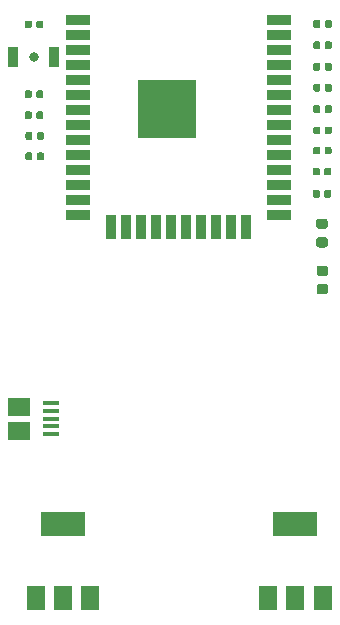
<source format=gtp>
G04 #@! TF.GenerationSoftware,KiCad,Pcbnew,(5.1.4)-1*
G04 #@! TF.CreationDate,2020-06-29T21:22:15+08:00*
G04 #@! TF.ProjectId,esp-break,6573702d-6272-4656-916b-2e6b69636164,rev?*
G04 #@! TF.SameCoordinates,Original*
G04 #@! TF.FileFunction,Paste,Top*
G04 #@! TF.FilePolarity,Positive*
%FSLAX46Y46*%
G04 Gerber Fmt 4.6, Leading zero omitted, Abs format (unit mm)*
G04 Created by KiCad (PCBNEW (5.1.4)-1) date 2020-06-29 21:22:15*
%MOMM*%
%LPD*%
G04 APERTURE LIST*
%ADD10C,0.100000*%
%ADD11C,0.590000*%
%ADD12R,0.900000X1.700000*%
%ADD13C,0.800000*%
%ADD14R,3.800000X2.000000*%
%ADD15R,1.500000X2.000000*%
%ADD16C,0.875000*%
%ADD17R,5.000000X5.000000*%
%ADD18R,2.000000X0.900000*%
%ADD19R,0.900000X2.000000*%
%ADD20R,1.900000X1.500000*%
%ADD21R,1.350000X0.400000*%
G04 APERTURE END LIST*
D10*
G36*
X129446958Y-58303910D02*
G01*
X129461276Y-58306034D01*
X129475317Y-58309551D01*
X129488946Y-58314428D01*
X129502031Y-58320617D01*
X129514447Y-58328058D01*
X129526073Y-58336681D01*
X129536798Y-58346402D01*
X129546519Y-58357127D01*
X129555142Y-58368753D01*
X129562583Y-58381169D01*
X129568772Y-58394254D01*
X129573649Y-58407883D01*
X129577166Y-58421924D01*
X129579290Y-58436242D01*
X129580000Y-58450700D01*
X129580000Y-58795700D01*
X129579290Y-58810158D01*
X129577166Y-58824476D01*
X129573649Y-58838517D01*
X129568772Y-58852146D01*
X129562583Y-58865231D01*
X129555142Y-58877647D01*
X129546519Y-58889273D01*
X129536798Y-58899998D01*
X129526073Y-58909719D01*
X129514447Y-58918342D01*
X129502031Y-58925783D01*
X129488946Y-58931972D01*
X129475317Y-58936849D01*
X129461276Y-58940366D01*
X129446958Y-58942490D01*
X129432500Y-58943200D01*
X129137500Y-58943200D01*
X129123042Y-58942490D01*
X129108724Y-58940366D01*
X129094683Y-58936849D01*
X129081054Y-58931972D01*
X129067969Y-58925783D01*
X129055553Y-58918342D01*
X129043927Y-58909719D01*
X129033202Y-58899998D01*
X129023481Y-58889273D01*
X129014858Y-58877647D01*
X129007417Y-58865231D01*
X129001228Y-58852146D01*
X128996351Y-58838517D01*
X128992834Y-58824476D01*
X128990710Y-58810158D01*
X128990000Y-58795700D01*
X128990000Y-58450700D01*
X128990710Y-58436242D01*
X128992834Y-58421924D01*
X128996351Y-58407883D01*
X129001228Y-58394254D01*
X129007417Y-58381169D01*
X129014858Y-58368753D01*
X129023481Y-58357127D01*
X129033202Y-58346402D01*
X129043927Y-58336681D01*
X129055553Y-58328058D01*
X129067969Y-58320617D01*
X129081054Y-58314428D01*
X129094683Y-58309551D01*
X129108724Y-58306034D01*
X129123042Y-58303910D01*
X129137500Y-58303200D01*
X129432500Y-58303200D01*
X129446958Y-58303910D01*
X129446958Y-58303910D01*
G37*
D11*
X129285000Y-58623200D03*
D10*
G36*
X128476958Y-58303910D02*
G01*
X128491276Y-58306034D01*
X128505317Y-58309551D01*
X128518946Y-58314428D01*
X128532031Y-58320617D01*
X128544447Y-58328058D01*
X128556073Y-58336681D01*
X128566798Y-58346402D01*
X128576519Y-58357127D01*
X128585142Y-58368753D01*
X128592583Y-58381169D01*
X128598772Y-58394254D01*
X128603649Y-58407883D01*
X128607166Y-58421924D01*
X128609290Y-58436242D01*
X128610000Y-58450700D01*
X128610000Y-58795700D01*
X128609290Y-58810158D01*
X128607166Y-58824476D01*
X128603649Y-58838517D01*
X128598772Y-58852146D01*
X128592583Y-58865231D01*
X128585142Y-58877647D01*
X128576519Y-58889273D01*
X128566798Y-58899998D01*
X128556073Y-58909719D01*
X128544447Y-58918342D01*
X128532031Y-58925783D01*
X128518946Y-58931972D01*
X128505317Y-58936849D01*
X128491276Y-58940366D01*
X128476958Y-58942490D01*
X128462500Y-58943200D01*
X128167500Y-58943200D01*
X128153042Y-58942490D01*
X128138724Y-58940366D01*
X128124683Y-58936849D01*
X128111054Y-58931972D01*
X128097969Y-58925783D01*
X128085553Y-58918342D01*
X128073927Y-58909719D01*
X128063202Y-58899998D01*
X128053481Y-58889273D01*
X128044858Y-58877647D01*
X128037417Y-58865231D01*
X128031228Y-58852146D01*
X128026351Y-58838517D01*
X128022834Y-58824476D01*
X128020710Y-58810158D01*
X128020000Y-58795700D01*
X128020000Y-58450700D01*
X128020710Y-58436242D01*
X128022834Y-58421924D01*
X128026351Y-58407883D01*
X128031228Y-58394254D01*
X128037417Y-58381169D01*
X128044858Y-58368753D01*
X128053481Y-58357127D01*
X128063202Y-58346402D01*
X128073927Y-58336681D01*
X128085553Y-58328058D01*
X128097969Y-58320617D01*
X128111054Y-58314428D01*
X128124683Y-58309551D01*
X128138724Y-58306034D01*
X128153042Y-58303910D01*
X128167500Y-58303200D01*
X128462500Y-58303200D01*
X128476958Y-58303910D01*
X128476958Y-58303910D01*
G37*
D11*
X128315000Y-58623200D03*
D12*
X106025000Y-61425000D03*
X102625000Y-61425000D03*
D13*
X104325000Y-61425000D03*
D14*
X106800000Y-100950000D03*
D15*
X106800000Y-107250000D03*
X109100000Y-107250000D03*
X104500000Y-107250000D03*
D10*
G36*
X129446958Y-63705710D02*
G01*
X129461276Y-63707834D01*
X129475317Y-63711351D01*
X129488946Y-63716228D01*
X129502031Y-63722417D01*
X129514447Y-63729858D01*
X129526073Y-63738481D01*
X129536798Y-63748202D01*
X129546519Y-63758927D01*
X129555142Y-63770553D01*
X129562583Y-63782969D01*
X129568772Y-63796054D01*
X129573649Y-63809683D01*
X129577166Y-63823724D01*
X129579290Y-63838042D01*
X129580000Y-63852500D01*
X129580000Y-64197500D01*
X129579290Y-64211958D01*
X129577166Y-64226276D01*
X129573649Y-64240317D01*
X129568772Y-64253946D01*
X129562583Y-64267031D01*
X129555142Y-64279447D01*
X129546519Y-64291073D01*
X129536798Y-64301798D01*
X129526073Y-64311519D01*
X129514447Y-64320142D01*
X129502031Y-64327583D01*
X129488946Y-64333772D01*
X129475317Y-64338649D01*
X129461276Y-64342166D01*
X129446958Y-64344290D01*
X129432500Y-64345000D01*
X129137500Y-64345000D01*
X129123042Y-64344290D01*
X129108724Y-64342166D01*
X129094683Y-64338649D01*
X129081054Y-64333772D01*
X129067969Y-64327583D01*
X129055553Y-64320142D01*
X129043927Y-64311519D01*
X129033202Y-64301798D01*
X129023481Y-64291073D01*
X129014858Y-64279447D01*
X129007417Y-64267031D01*
X129001228Y-64253946D01*
X128996351Y-64240317D01*
X128992834Y-64226276D01*
X128990710Y-64211958D01*
X128990000Y-64197500D01*
X128990000Y-63852500D01*
X128990710Y-63838042D01*
X128992834Y-63823724D01*
X128996351Y-63809683D01*
X129001228Y-63796054D01*
X129007417Y-63782969D01*
X129014858Y-63770553D01*
X129023481Y-63758927D01*
X129033202Y-63748202D01*
X129043927Y-63738481D01*
X129055553Y-63729858D01*
X129067969Y-63722417D01*
X129081054Y-63716228D01*
X129094683Y-63711351D01*
X129108724Y-63707834D01*
X129123042Y-63705710D01*
X129137500Y-63705000D01*
X129432500Y-63705000D01*
X129446958Y-63705710D01*
X129446958Y-63705710D01*
G37*
D11*
X129285000Y-64025000D03*
D10*
G36*
X128476958Y-63705710D02*
G01*
X128491276Y-63707834D01*
X128505317Y-63711351D01*
X128518946Y-63716228D01*
X128532031Y-63722417D01*
X128544447Y-63729858D01*
X128556073Y-63738481D01*
X128566798Y-63748202D01*
X128576519Y-63758927D01*
X128585142Y-63770553D01*
X128592583Y-63782969D01*
X128598772Y-63796054D01*
X128603649Y-63809683D01*
X128607166Y-63823724D01*
X128609290Y-63838042D01*
X128610000Y-63852500D01*
X128610000Y-64197500D01*
X128609290Y-64211958D01*
X128607166Y-64226276D01*
X128603649Y-64240317D01*
X128598772Y-64253946D01*
X128592583Y-64267031D01*
X128585142Y-64279447D01*
X128576519Y-64291073D01*
X128566798Y-64301798D01*
X128556073Y-64311519D01*
X128544447Y-64320142D01*
X128532031Y-64327583D01*
X128518946Y-64333772D01*
X128505317Y-64338649D01*
X128491276Y-64342166D01*
X128476958Y-64344290D01*
X128462500Y-64345000D01*
X128167500Y-64345000D01*
X128153042Y-64344290D01*
X128138724Y-64342166D01*
X128124683Y-64338649D01*
X128111054Y-64333772D01*
X128097969Y-64327583D01*
X128085553Y-64320142D01*
X128073927Y-64311519D01*
X128063202Y-64301798D01*
X128053481Y-64291073D01*
X128044858Y-64279447D01*
X128037417Y-64267031D01*
X128031228Y-64253946D01*
X128026351Y-64240317D01*
X128022834Y-64226276D01*
X128020710Y-64211958D01*
X128020000Y-64197500D01*
X128020000Y-63852500D01*
X128020710Y-63838042D01*
X128022834Y-63823724D01*
X128026351Y-63809683D01*
X128031228Y-63796054D01*
X128037417Y-63782969D01*
X128044858Y-63770553D01*
X128053481Y-63758927D01*
X128063202Y-63748202D01*
X128073927Y-63738481D01*
X128085553Y-63729858D01*
X128097969Y-63722417D01*
X128111054Y-63716228D01*
X128124683Y-63711351D01*
X128138724Y-63707834D01*
X128153042Y-63705710D01*
X128167500Y-63705000D01*
X128462500Y-63705000D01*
X128476958Y-63705710D01*
X128476958Y-63705710D01*
G37*
D11*
X128315000Y-64025000D03*
D10*
G36*
X128476958Y-61930710D02*
G01*
X128491276Y-61932834D01*
X128505317Y-61936351D01*
X128518946Y-61941228D01*
X128532031Y-61947417D01*
X128544447Y-61954858D01*
X128556073Y-61963481D01*
X128566798Y-61973202D01*
X128576519Y-61983927D01*
X128585142Y-61995553D01*
X128592583Y-62007969D01*
X128598772Y-62021054D01*
X128603649Y-62034683D01*
X128607166Y-62048724D01*
X128609290Y-62063042D01*
X128610000Y-62077500D01*
X128610000Y-62422500D01*
X128609290Y-62436958D01*
X128607166Y-62451276D01*
X128603649Y-62465317D01*
X128598772Y-62478946D01*
X128592583Y-62492031D01*
X128585142Y-62504447D01*
X128576519Y-62516073D01*
X128566798Y-62526798D01*
X128556073Y-62536519D01*
X128544447Y-62545142D01*
X128532031Y-62552583D01*
X128518946Y-62558772D01*
X128505317Y-62563649D01*
X128491276Y-62567166D01*
X128476958Y-62569290D01*
X128462500Y-62570000D01*
X128167500Y-62570000D01*
X128153042Y-62569290D01*
X128138724Y-62567166D01*
X128124683Y-62563649D01*
X128111054Y-62558772D01*
X128097969Y-62552583D01*
X128085553Y-62545142D01*
X128073927Y-62536519D01*
X128063202Y-62526798D01*
X128053481Y-62516073D01*
X128044858Y-62504447D01*
X128037417Y-62492031D01*
X128031228Y-62478946D01*
X128026351Y-62465317D01*
X128022834Y-62451276D01*
X128020710Y-62436958D01*
X128020000Y-62422500D01*
X128020000Y-62077500D01*
X128020710Y-62063042D01*
X128022834Y-62048724D01*
X128026351Y-62034683D01*
X128031228Y-62021054D01*
X128037417Y-62007969D01*
X128044858Y-61995553D01*
X128053481Y-61983927D01*
X128063202Y-61973202D01*
X128073927Y-61963481D01*
X128085553Y-61954858D01*
X128097969Y-61947417D01*
X128111054Y-61941228D01*
X128124683Y-61936351D01*
X128138724Y-61932834D01*
X128153042Y-61930710D01*
X128167500Y-61930000D01*
X128462500Y-61930000D01*
X128476958Y-61930710D01*
X128476958Y-61930710D01*
G37*
D11*
X128315000Y-62250000D03*
D10*
G36*
X129446958Y-61930710D02*
G01*
X129461276Y-61932834D01*
X129475317Y-61936351D01*
X129488946Y-61941228D01*
X129502031Y-61947417D01*
X129514447Y-61954858D01*
X129526073Y-61963481D01*
X129536798Y-61973202D01*
X129546519Y-61983927D01*
X129555142Y-61995553D01*
X129562583Y-62007969D01*
X129568772Y-62021054D01*
X129573649Y-62034683D01*
X129577166Y-62048724D01*
X129579290Y-62063042D01*
X129580000Y-62077500D01*
X129580000Y-62422500D01*
X129579290Y-62436958D01*
X129577166Y-62451276D01*
X129573649Y-62465317D01*
X129568772Y-62478946D01*
X129562583Y-62492031D01*
X129555142Y-62504447D01*
X129546519Y-62516073D01*
X129536798Y-62526798D01*
X129526073Y-62536519D01*
X129514447Y-62545142D01*
X129502031Y-62552583D01*
X129488946Y-62558772D01*
X129475317Y-62563649D01*
X129461276Y-62567166D01*
X129446958Y-62569290D01*
X129432500Y-62570000D01*
X129137500Y-62570000D01*
X129123042Y-62569290D01*
X129108724Y-62567166D01*
X129094683Y-62563649D01*
X129081054Y-62558772D01*
X129067969Y-62552583D01*
X129055553Y-62545142D01*
X129043927Y-62536519D01*
X129033202Y-62526798D01*
X129023481Y-62516073D01*
X129014858Y-62504447D01*
X129007417Y-62492031D01*
X129001228Y-62478946D01*
X128996351Y-62465317D01*
X128992834Y-62451276D01*
X128990710Y-62436958D01*
X128990000Y-62422500D01*
X128990000Y-62077500D01*
X128990710Y-62063042D01*
X128992834Y-62048724D01*
X128996351Y-62034683D01*
X129001228Y-62021054D01*
X129007417Y-62007969D01*
X129014858Y-61995553D01*
X129023481Y-61983927D01*
X129033202Y-61973202D01*
X129043927Y-61963481D01*
X129055553Y-61954858D01*
X129067969Y-61947417D01*
X129081054Y-61941228D01*
X129094683Y-61936351D01*
X129108724Y-61932834D01*
X129123042Y-61930710D01*
X129137500Y-61930000D01*
X129432500Y-61930000D01*
X129446958Y-61930710D01*
X129446958Y-61930710D01*
G37*
D11*
X129285000Y-62250000D03*
D10*
G36*
X104101958Y-69505710D02*
G01*
X104116276Y-69507834D01*
X104130317Y-69511351D01*
X104143946Y-69516228D01*
X104157031Y-69522417D01*
X104169447Y-69529858D01*
X104181073Y-69538481D01*
X104191798Y-69548202D01*
X104201519Y-69558927D01*
X104210142Y-69570553D01*
X104217583Y-69582969D01*
X104223772Y-69596054D01*
X104228649Y-69609683D01*
X104232166Y-69623724D01*
X104234290Y-69638042D01*
X104235000Y-69652500D01*
X104235000Y-69997500D01*
X104234290Y-70011958D01*
X104232166Y-70026276D01*
X104228649Y-70040317D01*
X104223772Y-70053946D01*
X104217583Y-70067031D01*
X104210142Y-70079447D01*
X104201519Y-70091073D01*
X104191798Y-70101798D01*
X104181073Y-70111519D01*
X104169447Y-70120142D01*
X104157031Y-70127583D01*
X104143946Y-70133772D01*
X104130317Y-70138649D01*
X104116276Y-70142166D01*
X104101958Y-70144290D01*
X104087500Y-70145000D01*
X103792500Y-70145000D01*
X103778042Y-70144290D01*
X103763724Y-70142166D01*
X103749683Y-70138649D01*
X103736054Y-70133772D01*
X103722969Y-70127583D01*
X103710553Y-70120142D01*
X103698927Y-70111519D01*
X103688202Y-70101798D01*
X103678481Y-70091073D01*
X103669858Y-70079447D01*
X103662417Y-70067031D01*
X103656228Y-70053946D01*
X103651351Y-70040317D01*
X103647834Y-70026276D01*
X103645710Y-70011958D01*
X103645000Y-69997500D01*
X103645000Y-69652500D01*
X103645710Y-69638042D01*
X103647834Y-69623724D01*
X103651351Y-69609683D01*
X103656228Y-69596054D01*
X103662417Y-69582969D01*
X103669858Y-69570553D01*
X103678481Y-69558927D01*
X103688202Y-69548202D01*
X103698927Y-69538481D01*
X103710553Y-69529858D01*
X103722969Y-69522417D01*
X103736054Y-69516228D01*
X103749683Y-69511351D01*
X103763724Y-69507834D01*
X103778042Y-69505710D01*
X103792500Y-69505000D01*
X104087500Y-69505000D01*
X104101958Y-69505710D01*
X104101958Y-69505710D01*
G37*
D11*
X103940000Y-69825000D03*
D10*
G36*
X105071958Y-69505710D02*
G01*
X105086276Y-69507834D01*
X105100317Y-69511351D01*
X105113946Y-69516228D01*
X105127031Y-69522417D01*
X105139447Y-69529858D01*
X105151073Y-69538481D01*
X105161798Y-69548202D01*
X105171519Y-69558927D01*
X105180142Y-69570553D01*
X105187583Y-69582969D01*
X105193772Y-69596054D01*
X105198649Y-69609683D01*
X105202166Y-69623724D01*
X105204290Y-69638042D01*
X105205000Y-69652500D01*
X105205000Y-69997500D01*
X105204290Y-70011958D01*
X105202166Y-70026276D01*
X105198649Y-70040317D01*
X105193772Y-70053946D01*
X105187583Y-70067031D01*
X105180142Y-70079447D01*
X105171519Y-70091073D01*
X105161798Y-70101798D01*
X105151073Y-70111519D01*
X105139447Y-70120142D01*
X105127031Y-70127583D01*
X105113946Y-70133772D01*
X105100317Y-70138649D01*
X105086276Y-70142166D01*
X105071958Y-70144290D01*
X105057500Y-70145000D01*
X104762500Y-70145000D01*
X104748042Y-70144290D01*
X104733724Y-70142166D01*
X104719683Y-70138649D01*
X104706054Y-70133772D01*
X104692969Y-70127583D01*
X104680553Y-70120142D01*
X104668927Y-70111519D01*
X104658202Y-70101798D01*
X104648481Y-70091073D01*
X104639858Y-70079447D01*
X104632417Y-70067031D01*
X104626228Y-70053946D01*
X104621351Y-70040317D01*
X104617834Y-70026276D01*
X104615710Y-70011958D01*
X104615000Y-69997500D01*
X104615000Y-69652500D01*
X104615710Y-69638042D01*
X104617834Y-69623724D01*
X104621351Y-69609683D01*
X104626228Y-69596054D01*
X104632417Y-69582969D01*
X104639858Y-69570553D01*
X104648481Y-69558927D01*
X104658202Y-69548202D01*
X104668927Y-69538481D01*
X104680553Y-69529858D01*
X104692969Y-69522417D01*
X104706054Y-69516228D01*
X104719683Y-69511351D01*
X104733724Y-69507834D01*
X104748042Y-69505710D01*
X104762500Y-69505000D01*
X105057500Y-69505000D01*
X105071958Y-69505710D01*
X105071958Y-69505710D01*
G37*
D11*
X104910000Y-69825000D03*
D10*
G36*
X104051958Y-58330710D02*
G01*
X104066276Y-58332834D01*
X104080317Y-58336351D01*
X104093946Y-58341228D01*
X104107031Y-58347417D01*
X104119447Y-58354858D01*
X104131073Y-58363481D01*
X104141798Y-58373202D01*
X104151519Y-58383927D01*
X104160142Y-58395553D01*
X104167583Y-58407969D01*
X104173772Y-58421054D01*
X104178649Y-58434683D01*
X104182166Y-58448724D01*
X104184290Y-58463042D01*
X104185000Y-58477500D01*
X104185000Y-58822500D01*
X104184290Y-58836958D01*
X104182166Y-58851276D01*
X104178649Y-58865317D01*
X104173772Y-58878946D01*
X104167583Y-58892031D01*
X104160142Y-58904447D01*
X104151519Y-58916073D01*
X104141798Y-58926798D01*
X104131073Y-58936519D01*
X104119447Y-58945142D01*
X104107031Y-58952583D01*
X104093946Y-58958772D01*
X104080317Y-58963649D01*
X104066276Y-58967166D01*
X104051958Y-58969290D01*
X104037500Y-58970000D01*
X103742500Y-58970000D01*
X103728042Y-58969290D01*
X103713724Y-58967166D01*
X103699683Y-58963649D01*
X103686054Y-58958772D01*
X103672969Y-58952583D01*
X103660553Y-58945142D01*
X103648927Y-58936519D01*
X103638202Y-58926798D01*
X103628481Y-58916073D01*
X103619858Y-58904447D01*
X103612417Y-58892031D01*
X103606228Y-58878946D01*
X103601351Y-58865317D01*
X103597834Y-58851276D01*
X103595710Y-58836958D01*
X103595000Y-58822500D01*
X103595000Y-58477500D01*
X103595710Y-58463042D01*
X103597834Y-58448724D01*
X103601351Y-58434683D01*
X103606228Y-58421054D01*
X103612417Y-58407969D01*
X103619858Y-58395553D01*
X103628481Y-58383927D01*
X103638202Y-58373202D01*
X103648927Y-58363481D01*
X103660553Y-58354858D01*
X103672969Y-58347417D01*
X103686054Y-58341228D01*
X103699683Y-58336351D01*
X103713724Y-58332834D01*
X103728042Y-58330710D01*
X103742500Y-58330000D01*
X104037500Y-58330000D01*
X104051958Y-58330710D01*
X104051958Y-58330710D01*
G37*
D11*
X103890000Y-58650000D03*
D10*
G36*
X105021958Y-58330710D02*
G01*
X105036276Y-58332834D01*
X105050317Y-58336351D01*
X105063946Y-58341228D01*
X105077031Y-58347417D01*
X105089447Y-58354858D01*
X105101073Y-58363481D01*
X105111798Y-58373202D01*
X105121519Y-58383927D01*
X105130142Y-58395553D01*
X105137583Y-58407969D01*
X105143772Y-58421054D01*
X105148649Y-58434683D01*
X105152166Y-58448724D01*
X105154290Y-58463042D01*
X105155000Y-58477500D01*
X105155000Y-58822500D01*
X105154290Y-58836958D01*
X105152166Y-58851276D01*
X105148649Y-58865317D01*
X105143772Y-58878946D01*
X105137583Y-58892031D01*
X105130142Y-58904447D01*
X105121519Y-58916073D01*
X105111798Y-58926798D01*
X105101073Y-58936519D01*
X105089447Y-58945142D01*
X105077031Y-58952583D01*
X105063946Y-58958772D01*
X105050317Y-58963649D01*
X105036276Y-58967166D01*
X105021958Y-58969290D01*
X105007500Y-58970000D01*
X104712500Y-58970000D01*
X104698042Y-58969290D01*
X104683724Y-58967166D01*
X104669683Y-58963649D01*
X104656054Y-58958772D01*
X104642969Y-58952583D01*
X104630553Y-58945142D01*
X104618927Y-58936519D01*
X104608202Y-58926798D01*
X104598481Y-58916073D01*
X104589858Y-58904447D01*
X104582417Y-58892031D01*
X104576228Y-58878946D01*
X104571351Y-58865317D01*
X104567834Y-58851276D01*
X104565710Y-58836958D01*
X104565000Y-58822500D01*
X104565000Y-58477500D01*
X104565710Y-58463042D01*
X104567834Y-58448724D01*
X104571351Y-58434683D01*
X104576228Y-58421054D01*
X104582417Y-58407969D01*
X104589858Y-58395553D01*
X104598481Y-58383927D01*
X104608202Y-58373202D01*
X104618927Y-58363481D01*
X104630553Y-58354858D01*
X104642969Y-58347417D01*
X104656054Y-58341228D01*
X104669683Y-58336351D01*
X104683724Y-58332834D01*
X104698042Y-58330710D01*
X104712500Y-58330000D01*
X105007500Y-58330000D01*
X105021958Y-58330710D01*
X105021958Y-58330710D01*
G37*
D11*
X104860000Y-58650000D03*
D10*
G36*
X105021958Y-64255710D02*
G01*
X105036276Y-64257834D01*
X105050317Y-64261351D01*
X105063946Y-64266228D01*
X105077031Y-64272417D01*
X105089447Y-64279858D01*
X105101073Y-64288481D01*
X105111798Y-64298202D01*
X105121519Y-64308927D01*
X105130142Y-64320553D01*
X105137583Y-64332969D01*
X105143772Y-64346054D01*
X105148649Y-64359683D01*
X105152166Y-64373724D01*
X105154290Y-64388042D01*
X105155000Y-64402500D01*
X105155000Y-64747500D01*
X105154290Y-64761958D01*
X105152166Y-64776276D01*
X105148649Y-64790317D01*
X105143772Y-64803946D01*
X105137583Y-64817031D01*
X105130142Y-64829447D01*
X105121519Y-64841073D01*
X105111798Y-64851798D01*
X105101073Y-64861519D01*
X105089447Y-64870142D01*
X105077031Y-64877583D01*
X105063946Y-64883772D01*
X105050317Y-64888649D01*
X105036276Y-64892166D01*
X105021958Y-64894290D01*
X105007500Y-64895000D01*
X104712500Y-64895000D01*
X104698042Y-64894290D01*
X104683724Y-64892166D01*
X104669683Y-64888649D01*
X104656054Y-64883772D01*
X104642969Y-64877583D01*
X104630553Y-64870142D01*
X104618927Y-64861519D01*
X104608202Y-64851798D01*
X104598481Y-64841073D01*
X104589858Y-64829447D01*
X104582417Y-64817031D01*
X104576228Y-64803946D01*
X104571351Y-64790317D01*
X104567834Y-64776276D01*
X104565710Y-64761958D01*
X104565000Y-64747500D01*
X104565000Y-64402500D01*
X104565710Y-64388042D01*
X104567834Y-64373724D01*
X104571351Y-64359683D01*
X104576228Y-64346054D01*
X104582417Y-64332969D01*
X104589858Y-64320553D01*
X104598481Y-64308927D01*
X104608202Y-64298202D01*
X104618927Y-64288481D01*
X104630553Y-64279858D01*
X104642969Y-64272417D01*
X104656054Y-64266228D01*
X104669683Y-64261351D01*
X104683724Y-64257834D01*
X104698042Y-64255710D01*
X104712500Y-64255000D01*
X105007500Y-64255000D01*
X105021958Y-64255710D01*
X105021958Y-64255710D01*
G37*
D11*
X104860000Y-64575000D03*
D10*
G36*
X104051958Y-64255710D02*
G01*
X104066276Y-64257834D01*
X104080317Y-64261351D01*
X104093946Y-64266228D01*
X104107031Y-64272417D01*
X104119447Y-64279858D01*
X104131073Y-64288481D01*
X104141798Y-64298202D01*
X104151519Y-64308927D01*
X104160142Y-64320553D01*
X104167583Y-64332969D01*
X104173772Y-64346054D01*
X104178649Y-64359683D01*
X104182166Y-64373724D01*
X104184290Y-64388042D01*
X104185000Y-64402500D01*
X104185000Y-64747500D01*
X104184290Y-64761958D01*
X104182166Y-64776276D01*
X104178649Y-64790317D01*
X104173772Y-64803946D01*
X104167583Y-64817031D01*
X104160142Y-64829447D01*
X104151519Y-64841073D01*
X104141798Y-64851798D01*
X104131073Y-64861519D01*
X104119447Y-64870142D01*
X104107031Y-64877583D01*
X104093946Y-64883772D01*
X104080317Y-64888649D01*
X104066276Y-64892166D01*
X104051958Y-64894290D01*
X104037500Y-64895000D01*
X103742500Y-64895000D01*
X103728042Y-64894290D01*
X103713724Y-64892166D01*
X103699683Y-64888649D01*
X103686054Y-64883772D01*
X103672969Y-64877583D01*
X103660553Y-64870142D01*
X103648927Y-64861519D01*
X103638202Y-64851798D01*
X103628481Y-64841073D01*
X103619858Y-64829447D01*
X103612417Y-64817031D01*
X103606228Y-64803946D01*
X103601351Y-64790317D01*
X103597834Y-64776276D01*
X103595710Y-64761958D01*
X103595000Y-64747500D01*
X103595000Y-64402500D01*
X103595710Y-64388042D01*
X103597834Y-64373724D01*
X103601351Y-64359683D01*
X103606228Y-64346054D01*
X103612417Y-64332969D01*
X103619858Y-64320553D01*
X103628481Y-64308927D01*
X103638202Y-64298202D01*
X103648927Y-64288481D01*
X103660553Y-64279858D01*
X103672969Y-64272417D01*
X103686054Y-64266228D01*
X103699683Y-64261351D01*
X103713724Y-64257834D01*
X103728042Y-64255710D01*
X103742500Y-64255000D01*
X104037500Y-64255000D01*
X104051958Y-64255710D01*
X104051958Y-64255710D01*
G37*
D11*
X103890000Y-64575000D03*
D10*
G36*
X104051958Y-66030710D02*
G01*
X104066276Y-66032834D01*
X104080317Y-66036351D01*
X104093946Y-66041228D01*
X104107031Y-66047417D01*
X104119447Y-66054858D01*
X104131073Y-66063481D01*
X104141798Y-66073202D01*
X104151519Y-66083927D01*
X104160142Y-66095553D01*
X104167583Y-66107969D01*
X104173772Y-66121054D01*
X104178649Y-66134683D01*
X104182166Y-66148724D01*
X104184290Y-66163042D01*
X104185000Y-66177500D01*
X104185000Y-66522500D01*
X104184290Y-66536958D01*
X104182166Y-66551276D01*
X104178649Y-66565317D01*
X104173772Y-66578946D01*
X104167583Y-66592031D01*
X104160142Y-66604447D01*
X104151519Y-66616073D01*
X104141798Y-66626798D01*
X104131073Y-66636519D01*
X104119447Y-66645142D01*
X104107031Y-66652583D01*
X104093946Y-66658772D01*
X104080317Y-66663649D01*
X104066276Y-66667166D01*
X104051958Y-66669290D01*
X104037500Y-66670000D01*
X103742500Y-66670000D01*
X103728042Y-66669290D01*
X103713724Y-66667166D01*
X103699683Y-66663649D01*
X103686054Y-66658772D01*
X103672969Y-66652583D01*
X103660553Y-66645142D01*
X103648927Y-66636519D01*
X103638202Y-66626798D01*
X103628481Y-66616073D01*
X103619858Y-66604447D01*
X103612417Y-66592031D01*
X103606228Y-66578946D01*
X103601351Y-66565317D01*
X103597834Y-66551276D01*
X103595710Y-66536958D01*
X103595000Y-66522500D01*
X103595000Y-66177500D01*
X103595710Y-66163042D01*
X103597834Y-66148724D01*
X103601351Y-66134683D01*
X103606228Y-66121054D01*
X103612417Y-66107969D01*
X103619858Y-66095553D01*
X103628481Y-66083927D01*
X103638202Y-66073202D01*
X103648927Y-66063481D01*
X103660553Y-66054858D01*
X103672969Y-66047417D01*
X103686054Y-66041228D01*
X103699683Y-66036351D01*
X103713724Y-66032834D01*
X103728042Y-66030710D01*
X103742500Y-66030000D01*
X104037500Y-66030000D01*
X104051958Y-66030710D01*
X104051958Y-66030710D01*
G37*
D11*
X103890000Y-66350000D03*
D10*
G36*
X105021958Y-66030710D02*
G01*
X105036276Y-66032834D01*
X105050317Y-66036351D01*
X105063946Y-66041228D01*
X105077031Y-66047417D01*
X105089447Y-66054858D01*
X105101073Y-66063481D01*
X105111798Y-66073202D01*
X105121519Y-66083927D01*
X105130142Y-66095553D01*
X105137583Y-66107969D01*
X105143772Y-66121054D01*
X105148649Y-66134683D01*
X105152166Y-66148724D01*
X105154290Y-66163042D01*
X105155000Y-66177500D01*
X105155000Y-66522500D01*
X105154290Y-66536958D01*
X105152166Y-66551276D01*
X105148649Y-66565317D01*
X105143772Y-66578946D01*
X105137583Y-66592031D01*
X105130142Y-66604447D01*
X105121519Y-66616073D01*
X105111798Y-66626798D01*
X105101073Y-66636519D01*
X105089447Y-66645142D01*
X105077031Y-66652583D01*
X105063946Y-66658772D01*
X105050317Y-66663649D01*
X105036276Y-66667166D01*
X105021958Y-66669290D01*
X105007500Y-66670000D01*
X104712500Y-66670000D01*
X104698042Y-66669290D01*
X104683724Y-66667166D01*
X104669683Y-66663649D01*
X104656054Y-66658772D01*
X104642969Y-66652583D01*
X104630553Y-66645142D01*
X104618927Y-66636519D01*
X104608202Y-66626798D01*
X104598481Y-66616073D01*
X104589858Y-66604447D01*
X104582417Y-66592031D01*
X104576228Y-66578946D01*
X104571351Y-66565317D01*
X104567834Y-66551276D01*
X104565710Y-66536958D01*
X104565000Y-66522500D01*
X104565000Y-66177500D01*
X104565710Y-66163042D01*
X104567834Y-66148724D01*
X104571351Y-66134683D01*
X104576228Y-66121054D01*
X104582417Y-66107969D01*
X104589858Y-66095553D01*
X104598481Y-66083927D01*
X104608202Y-66073202D01*
X104618927Y-66063481D01*
X104630553Y-66054858D01*
X104642969Y-66047417D01*
X104656054Y-66041228D01*
X104669683Y-66036351D01*
X104683724Y-66032834D01*
X104698042Y-66030710D01*
X104712500Y-66030000D01*
X105007500Y-66030000D01*
X105021958Y-66030710D01*
X105021958Y-66030710D01*
G37*
D11*
X104860000Y-66350000D03*
D10*
G36*
X128426958Y-70805710D02*
G01*
X128441276Y-70807834D01*
X128455317Y-70811351D01*
X128468946Y-70816228D01*
X128482031Y-70822417D01*
X128494447Y-70829858D01*
X128506073Y-70838481D01*
X128516798Y-70848202D01*
X128526519Y-70858927D01*
X128535142Y-70870553D01*
X128542583Y-70882969D01*
X128548772Y-70896054D01*
X128553649Y-70909683D01*
X128557166Y-70923724D01*
X128559290Y-70938042D01*
X128560000Y-70952500D01*
X128560000Y-71297500D01*
X128559290Y-71311958D01*
X128557166Y-71326276D01*
X128553649Y-71340317D01*
X128548772Y-71353946D01*
X128542583Y-71367031D01*
X128535142Y-71379447D01*
X128526519Y-71391073D01*
X128516798Y-71401798D01*
X128506073Y-71411519D01*
X128494447Y-71420142D01*
X128482031Y-71427583D01*
X128468946Y-71433772D01*
X128455317Y-71438649D01*
X128441276Y-71442166D01*
X128426958Y-71444290D01*
X128412500Y-71445000D01*
X128117500Y-71445000D01*
X128103042Y-71444290D01*
X128088724Y-71442166D01*
X128074683Y-71438649D01*
X128061054Y-71433772D01*
X128047969Y-71427583D01*
X128035553Y-71420142D01*
X128023927Y-71411519D01*
X128013202Y-71401798D01*
X128003481Y-71391073D01*
X127994858Y-71379447D01*
X127987417Y-71367031D01*
X127981228Y-71353946D01*
X127976351Y-71340317D01*
X127972834Y-71326276D01*
X127970710Y-71311958D01*
X127970000Y-71297500D01*
X127970000Y-70952500D01*
X127970710Y-70938042D01*
X127972834Y-70923724D01*
X127976351Y-70909683D01*
X127981228Y-70896054D01*
X127987417Y-70882969D01*
X127994858Y-70870553D01*
X128003481Y-70858927D01*
X128013202Y-70848202D01*
X128023927Y-70838481D01*
X128035553Y-70829858D01*
X128047969Y-70822417D01*
X128061054Y-70816228D01*
X128074683Y-70811351D01*
X128088724Y-70807834D01*
X128103042Y-70805710D01*
X128117500Y-70805000D01*
X128412500Y-70805000D01*
X128426958Y-70805710D01*
X128426958Y-70805710D01*
G37*
D11*
X128265000Y-71125000D03*
D10*
G36*
X129396958Y-70805710D02*
G01*
X129411276Y-70807834D01*
X129425317Y-70811351D01*
X129438946Y-70816228D01*
X129452031Y-70822417D01*
X129464447Y-70829858D01*
X129476073Y-70838481D01*
X129486798Y-70848202D01*
X129496519Y-70858927D01*
X129505142Y-70870553D01*
X129512583Y-70882969D01*
X129518772Y-70896054D01*
X129523649Y-70909683D01*
X129527166Y-70923724D01*
X129529290Y-70938042D01*
X129530000Y-70952500D01*
X129530000Y-71297500D01*
X129529290Y-71311958D01*
X129527166Y-71326276D01*
X129523649Y-71340317D01*
X129518772Y-71353946D01*
X129512583Y-71367031D01*
X129505142Y-71379447D01*
X129496519Y-71391073D01*
X129486798Y-71401798D01*
X129476073Y-71411519D01*
X129464447Y-71420142D01*
X129452031Y-71427583D01*
X129438946Y-71433772D01*
X129425317Y-71438649D01*
X129411276Y-71442166D01*
X129396958Y-71444290D01*
X129382500Y-71445000D01*
X129087500Y-71445000D01*
X129073042Y-71444290D01*
X129058724Y-71442166D01*
X129044683Y-71438649D01*
X129031054Y-71433772D01*
X129017969Y-71427583D01*
X129005553Y-71420142D01*
X128993927Y-71411519D01*
X128983202Y-71401798D01*
X128973481Y-71391073D01*
X128964858Y-71379447D01*
X128957417Y-71367031D01*
X128951228Y-71353946D01*
X128946351Y-71340317D01*
X128942834Y-71326276D01*
X128940710Y-71311958D01*
X128940000Y-71297500D01*
X128940000Y-70952500D01*
X128940710Y-70938042D01*
X128942834Y-70923724D01*
X128946351Y-70909683D01*
X128951228Y-70896054D01*
X128957417Y-70882969D01*
X128964858Y-70870553D01*
X128973481Y-70858927D01*
X128983202Y-70848202D01*
X128993927Y-70838481D01*
X129005553Y-70829858D01*
X129017969Y-70822417D01*
X129031054Y-70816228D01*
X129044683Y-70811351D01*
X129058724Y-70807834D01*
X129073042Y-70805710D01*
X129087500Y-70805000D01*
X129382500Y-70805000D01*
X129396958Y-70805710D01*
X129396958Y-70805710D01*
G37*
D11*
X129235000Y-71125000D03*
D10*
G36*
X129421958Y-69030710D02*
G01*
X129436276Y-69032834D01*
X129450317Y-69036351D01*
X129463946Y-69041228D01*
X129477031Y-69047417D01*
X129489447Y-69054858D01*
X129501073Y-69063481D01*
X129511798Y-69073202D01*
X129521519Y-69083927D01*
X129530142Y-69095553D01*
X129537583Y-69107969D01*
X129543772Y-69121054D01*
X129548649Y-69134683D01*
X129552166Y-69148724D01*
X129554290Y-69163042D01*
X129555000Y-69177500D01*
X129555000Y-69522500D01*
X129554290Y-69536958D01*
X129552166Y-69551276D01*
X129548649Y-69565317D01*
X129543772Y-69578946D01*
X129537583Y-69592031D01*
X129530142Y-69604447D01*
X129521519Y-69616073D01*
X129511798Y-69626798D01*
X129501073Y-69636519D01*
X129489447Y-69645142D01*
X129477031Y-69652583D01*
X129463946Y-69658772D01*
X129450317Y-69663649D01*
X129436276Y-69667166D01*
X129421958Y-69669290D01*
X129407500Y-69670000D01*
X129112500Y-69670000D01*
X129098042Y-69669290D01*
X129083724Y-69667166D01*
X129069683Y-69663649D01*
X129056054Y-69658772D01*
X129042969Y-69652583D01*
X129030553Y-69645142D01*
X129018927Y-69636519D01*
X129008202Y-69626798D01*
X128998481Y-69616073D01*
X128989858Y-69604447D01*
X128982417Y-69592031D01*
X128976228Y-69578946D01*
X128971351Y-69565317D01*
X128967834Y-69551276D01*
X128965710Y-69536958D01*
X128965000Y-69522500D01*
X128965000Y-69177500D01*
X128965710Y-69163042D01*
X128967834Y-69148724D01*
X128971351Y-69134683D01*
X128976228Y-69121054D01*
X128982417Y-69107969D01*
X128989858Y-69095553D01*
X128998481Y-69083927D01*
X129008202Y-69073202D01*
X129018927Y-69063481D01*
X129030553Y-69054858D01*
X129042969Y-69047417D01*
X129056054Y-69041228D01*
X129069683Y-69036351D01*
X129083724Y-69032834D01*
X129098042Y-69030710D01*
X129112500Y-69030000D01*
X129407500Y-69030000D01*
X129421958Y-69030710D01*
X129421958Y-69030710D01*
G37*
D11*
X129260000Y-69350000D03*
D10*
G36*
X128451958Y-69030710D02*
G01*
X128466276Y-69032834D01*
X128480317Y-69036351D01*
X128493946Y-69041228D01*
X128507031Y-69047417D01*
X128519447Y-69054858D01*
X128531073Y-69063481D01*
X128541798Y-69073202D01*
X128551519Y-69083927D01*
X128560142Y-69095553D01*
X128567583Y-69107969D01*
X128573772Y-69121054D01*
X128578649Y-69134683D01*
X128582166Y-69148724D01*
X128584290Y-69163042D01*
X128585000Y-69177500D01*
X128585000Y-69522500D01*
X128584290Y-69536958D01*
X128582166Y-69551276D01*
X128578649Y-69565317D01*
X128573772Y-69578946D01*
X128567583Y-69592031D01*
X128560142Y-69604447D01*
X128551519Y-69616073D01*
X128541798Y-69626798D01*
X128531073Y-69636519D01*
X128519447Y-69645142D01*
X128507031Y-69652583D01*
X128493946Y-69658772D01*
X128480317Y-69663649D01*
X128466276Y-69667166D01*
X128451958Y-69669290D01*
X128437500Y-69670000D01*
X128142500Y-69670000D01*
X128128042Y-69669290D01*
X128113724Y-69667166D01*
X128099683Y-69663649D01*
X128086054Y-69658772D01*
X128072969Y-69652583D01*
X128060553Y-69645142D01*
X128048927Y-69636519D01*
X128038202Y-69626798D01*
X128028481Y-69616073D01*
X128019858Y-69604447D01*
X128012417Y-69592031D01*
X128006228Y-69578946D01*
X128001351Y-69565317D01*
X127997834Y-69551276D01*
X127995710Y-69536958D01*
X127995000Y-69522500D01*
X127995000Y-69177500D01*
X127995710Y-69163042D01*
X127997834Y-69148724D01*
X128001351Y-69134683D01*
X128006228Y-69121054D01*
X128012417Y-69107969D01*
X128019858Y-69095553D01*
X128028481Y-69083927D01*
X128038202Y-69073202D01*
X128048927Y-69063481D01*
X128060553Y-69054858D01*
X128072969Y-69047417D01*
X128086054Y-69041228D01*
X128099683Y-69036351D01*
X128113724Y-69032834D01*
X128128042Y-69030710D01*
X128142500Y-69030000D01*
X128437500Y-69030000D01*
X128451958Y-69030710D01*
X128451958Y-69030710D01*
G37*
D11*
X128290000Y-69350000D03*
D10*
G36*
X128476958Y-67305710D02*
G01*
X128491276Y-67307834D01*
X128505317Y-67311351D01*
X128518946Y-67316228D01*
X128532031Y-67322417D01*
X128544447Y-67329858D01*
X128556073Y-67338481D01*
X128566798Y-67348202D01*
X128576519Y-67358927D01*
X128585142Y-67370553D01*
X128592583Y-67382969D01*
X128598772Y-67396054D01*
X128603649Y-67409683D01*
X128607166Y-67423724D01*
X128609290Y-67438042D01*
X128610000Y-67452500D01*
X128610000Y-67797500D01*
X128609290Y-67811958D01*
X128607166Y-67826276D01*
X128603649Y-67840317D01*
X128598772Y-67853946D01*
X128592583Y-67867031D01*
X128585142Y-67879447D01*
X128576519Y-67891073D01*
X128566798Y-67901798D01*
X128556073Y-67911519D01*
X128544447Y-67920142D01*
X128532031Y-67927583D01*
X128518946Y-67933772D01*
X128505317Y-67938649D01*
X128491276Y-67942166D01*
X128476958Y-67944290D01*
X128462500Y-67945000D01*
X128167500Y-67945000D01*
X128153042Y-67944290D01*
X128138724Y-67942166D01*
X128124683Y-67938649D01*
X128111054Y-67933772D01*
X128097969Y-67927583D01*
X128085553Y-67920142D01*
X128073927Y-67911519D01*
X128063202Y-67901798D01*
X128053481Y-67891073D01*
X128044858Y-67879447D01*
X128037417Y-67867031D01*
X128031228Y-67853946D01*
X128026351Y-67840317D01*
X128022834Y-67826276D01*
X128020710Y-67811958D01*
X128020000Y-67797500D01*
X128020000Y-67452500D01*
X128020710Y-67438042D01*
X128022834Y-67423724D01*
X128026351Y-67409683D01*
X128031228Y-67396054D01*
X128037417Y-67382969D01*
X128044858Y-67370553D01*
X128053481Y-67358927D01*
X128063202Y-67348202D01*
X128073927Y-67338481D01*
X128085553Y-67329858D01*
X128097969Y-67322417D01*
X128111054Y-67316228D01*
X128124683Y-67311351D01*
X128138724Y-67307834D01*
X128153042Y-67305710D01*
X128167500Y-67305000D01*
X128462500Y-67305000D01*
X128476958Y-67305710D01*
X128476958Y-67305710D01*
G37*
D11*
X128315000Y-67625000D03*
D10*
G36*
X129446958Y-67305710D02*
G01*
X129461276Y-67307834D01*
X129475317Y-67311351D01*
X129488946Y-67316228D01*
X129502031Y-67322417D01*
X129514447Y-67329858D01*
X129526073Y-67338481D01*
X129536798Y-67348202D01*
X129546519Y-67358927D01*
X129555142Y-67370553D01*
X129562583Y-67382969D01*
X129568772Y-67396054D01*
X129573649Y-67409683D01*
X129577166Y-67423724D01*
X129579290Y-67438042D01*
X129580000Y-67452500D01*
X129580000Y-67797500D01*
X129579290Y-67811958D01*
X129577166Y-67826276D01*
X129573649Y-67840317D01*
X129568772Y-67853946D01*
X129562583Y-67867031D01*
X129555142Y-67879447D01*
X129546519Y-67891073D01*
X129536798Y-67901798D01*
X129526073Y-67911519D01*
X129514447Y-67920142D01*
X129502031Y-67927583D01*
X129488946Y-67933772D01*
X129475317Y-67938649D01*
X129461276Y-67942166D01*
X129446958Y-67944290D01*
X129432500Y-67945000D01*
X129137500Y-67945000D01*
X129123042Y-67944290D01*
X129108724Y-67942166D01*
X129094683Y-67938649D01*
X129081054Y-67933772D01*
X129067969Y-67927583D01*
X129055553Y-67920142D01*
X129043927Y-67911519D01*
X129033202Y-67901798D01*
X129023481Y-67891073D01*
X129014858Y-67879447D01*
X129007417Y-67867031D01*
X129001228Y-67853946D01*
X128996351Y-67840317D01*
X128992834Y-67826276D01*
X128990710Y-67811958D01*
X128990000Y-67797500D01*
X128990000Y-67452500D01*
X128990710Y-67438042D01*
X128992834Y-67423724D01*
X128996351Y-67409683D01*
X129001228Y-67396054D01*
X129007417Y-67382969D01*
X129014858Y-67370553D01*
X129023481Y-67358927D01*
X129033202Y-67348202D01*
X129043927Y-67338481D01*
X129055553Y-67329858D01*
X129067969Y-67322417D01*
X129081054Y-67316228D01*
X129094683Y-67311351D01*
X129108724Y-67307834D01*
X129123042Y-67305710D01*
X129137500Y-67305000D01*
X129432500Y-67305000D01*
X129446958Y-67305710D01*
X129446958Y-67305710D01*
G37*
D11*
X129285000Y-67625000D03*
D10*
G36*
X129446958Y-65505710D02*
G01*
X129461276Y-65507834D01*
X129475317Y-65511351D01*
X129488946Y-65516228D01*
X129502031Y-65522417D01*
X129514447Y-65529858D01*
X129526073Y-65538481D01*
X129536798Y-65548202D01*
X129546519Y-65558927D01*
X129555142Y-65570553D01*
X129562583Y-65582969D01*
X129568772Y-65596054D01*
X129573649Y-65609683D01*
X129577166Y-65623724D01*
X129579290Y-65638042D01*
X129580000Y-65652500D01*
X129580000Y-65997500D01*
X129579290Y-66011958D01*
X129577166Y-66026276D01*
X129573649Y-66040317D01*
X129568772Y-66053946D01*
X129562583Y-66067031D01*
X129555142Y-66079447D01*
X129546519Y-66091073D01*
X129536798Y-66101798D01*
X129526073Y-66111519D01*
X129514447Y-66120142D01*
X129502031Y-66127583D01*
X129488946Y-66133772D01*
X129475317Y-66138649D01*
X129461276Y-66142166D01*
X129446958Y-66144290D01*
X129432500Y-66145000D01*
X129137500Y-66145000D01*
X129123042Y-66144290D01*
X129108724Y-66142166D01*
X129094683Y-66138649D01*
X129081054Y-66133772D01*
X129067969Y-66127583D01*
X129055553Y-66120142D01*
X129043927Y-66111519D01*
X129033202Y-66101798D01*
X129023481Y-66091073D01*
X129014858Y-66079447D01*
X129007417Y-66067031D01*
X129001228Y-66053946D01*
X128996351Y-66040317D01*
X128992834Y-66026276D01*
X128990710Y-66011958D01*
X128990000Y-65997500D01*
X128990000Y-65652500D01*
X128990710Y-65638042D01*
X128992834Y-65623724D01*
X128996351Y-65609683D01*
X129001228Y-65596054D01*
X129007417Y-65582969D01*
X129014858Y-65570553D01*
X129023481Y-65558927D01*
X129033202Y-65548202D01*
X129043927Y-65538481D01*
X129055553Y-65529858D01*
X129067969Y-65522417D01*
X129081054Y-65516228D01*
X129094683Y-65511351D01*
X129108724Y-65507834D01*
X129123042Y-65505710D01*
X129137500Y-65505000D01*
X129432500Y-65505000D01*
X129446958Y-65505710D01*
X129446958Y-65505710D01*
G37*
D11*
X129285000Y-65825000D03*
D10*
G36*
X128476958Y-65505710D02*
G01*
X128491276Y-65507834D01*
X128505317Y-65511351D01*
X128518946Y-65516228D01*
X128532031Y-65522417D01*
X128544447Y-65529858D01*
X128556073Y-65538481D01*
X128566798Y-65548202D01*
X128576519Y-65558927D01*
X128585142Y-65570553D01*
X128592583Y-65582969D01*
X128598772Y-65596054D01*
X128603649Y-65609683D01*
X128607166Y-65623724D01*
X128609290Y-65638042D01*
X128610000Y-65652500D01*
X128610000Y-65997500D01*
X128609290Y-66011958D01*
X128607166Y-66026276D01*
X128603649Y-66040317D01*
X128598772Y-66053946D01*
X128592583Y-66067031D01*
X128585142Y-66079447D01*
X128576519Y-66091073D01*
X128566798Y-66101798D01*
X128556073Y-66111519D01*
X128544447Y-66120142D01*
X128532031Y-66127583D01*
X128518946Y-66133772D01*
X128505317Y-66138649D01*
X128491276Y-66142166D01*
X128476958Y-66144290D01*
X128462500Y-66145000D01*
X128167500Y-66145000D01*
X128153042Y-66144290D01*
X128138724Y-66142166D01*
X128124683Y-66138649D01*
X128111054Y-66133772D01*
X128097969Y-66127583D01*
X128085553Y-66120142D01*
X128073927Y-66111519D01*
X128063202Y-66101798D01*
X128053481Y-66091073D01*
X128044858Y-66079447D01*
X128037417Y-66067031D01*
X128031228Y-66053946D01*
X128026351Y-66040317D01*
X128022834Y-66026276D01*
X128020710Y-66011958D01*
X128020000Y-65997500D01*
X128020000Y-65652500D01*
X128020710Y-65638042D01*
X128022834Y-65623724D01*
X128026351Y-65609683D01*
X128031228Y-65596054D01*
X128037417Y-65582969D01*
X128044858Y-65570553D01*
X128053481Y-65558927D01*
X128063202Y-65548202D01*
X128073927Y-65538481D01*
X128085553Y-65529858D01*
X128097969Y-65522417D01*
X128111054Y-65516228D01*
X128124683Y-65511351D01*
X128138724Y-65507834D01*
X128153042Y-65505710D01*
X128167500Y-65505000D01*
X128462500Y-65505000D01*
X128476958Y-65505710D01*
X128476958Y-65505710D01*
G37*
D11*
X128315000Y-65825000D03*
D10*
G36*
X129027691Y-76676053D02*
G01*
X129048926Y-76679203D01*
X129069750Y-76684419D01*
X129089962Y-76691651D01*
X129109368Y-76700830D01*
X129127781Y-76711866D01*
X129145024Y-76724654D01*
X129160930Y-76739070D01*
X129175346Y-76754976D01*
X129188134Y-76772219D01*
X129199170Y-76790632D01*
X129208349Y-76810038D01*
X129215581Y-76830250D01*
X129220797Y-76851074D01*
X129223947Y-76872309D01*
X129225000Y-76893750D01*
X129225000Y-77331250D01*
X129223947Y-77352691D01*
X129220797Y-77373926D01*
X129215581Y-77394750D01*
X129208349Y-77414962D01*
X129199170Y-77434368D01*
X129188134Y-77452781D01*
X129175346Y-77470024D01*
X129160930Y-77485930D01*
X129145024Y-77500346D01*
X129127781Y-77513134D01*
X129109368Y-77524170D01*
X129089962Y-77533349D01*
X129069750Y-77540581D01*
X129048926Y-77545797D01*
X129027691Y-77548947D01*
X129006250Y-77550000D01*
X128493750Y-77550000D01*
X128472309Y-77548947D01*
X128451074Y-77545797D01*
X128430250Y-77540581D01*
X128410038Y-77533349D01*
X128390632Y-77524170D01*
X128372219Y-77513134D01*
X128354976Y-77500346D01*
X128339070Y-77485930D01*
X128324654Y-77470024D01*
X128311866Y-77452781D01*
X128300830Y-77434368D01*
X128291651Y-77414962D01*
X128284419Y-77394750D01*
X128279203Y-77373926D01*
X128276053Y-77352691D01*
X128275000Y-77331250D01*
X128275000Y-76893750D01*
X128276053Y-76872309D01*
X128279203Y-76851074D01*
X128284419Y-76830250D01*
X128291651Y-76810038D01*
X128300830Y-76790632D01*
X128311866Y-76772219D01*
X128324654Y-76754976D01*
X128339070Y-76739070D01*
X128354976Y-76724654D01*
X128372219Y-76711866D01*
X128390632Y-76700830D01*
X128410038Y-76691651D01*
X128430250Y-76684419D01*
X128451074Y-76679203D01*
X128472309Y-76676053D01*
X128493750Y-76675000D01*
X129006250Y-76675000D01*
X129027691Y-76676053D01*
X129027691Y-76676053D01*
G37*
D16*
X128750000Y-77112500D03*
D10*
G36*
X129027691Y-75101053D02*
G01*
X129048926Y-75104203D01*
X129069750Y-75109419D01*
X129089962Y-75116651D01*
X129109368Y-75125830D01*
X129127781Y-75136866D01*
X129145024Y-75149654D01*
X129160930Y-75164070D01*
X129175346Y-75179976D01*
X129188134Y-75197219D01*
X129199170Y-75215632D01*
X129208349Y-75235038D01*
X129215581Y-75255250D01*
X129220797Y-75276074D01*
X129223947Y-75297309D01*
X129225000Y-75318750D01*
X129225000Y-75756250D01*
X129223947Y-75777691D01*
X129220797Y-75798926D01*
X129215581Y-75819750D01*
X129208349Y-75839962D01*
X129199170Y-75859368D01*
X129188134Y-75877781D01*
X129175346Y-75895024D01*
X129160930Y-75910930D01*
X129145024Y-75925346D01*
X129127781Y-75938134D01*
X129109368Y-75949170D01*
X129089962Y-75958349D01*
X129069750Y-75965581D01*
X129048926Y-75970797D01*
X129027691Y-75973947D01*
X129006250Y-75975000D01*
X128493750Y-75975000D01*
X128472309Y-75973947D01*
X128451074Y-75970797D01*
X128430250Y-75965581D01*
X128410038Y-75958349D01*
X128390632Y-75949170D01*
X128372219Y-75938134D01*
X128354976Y-75925346D01*
X128339070Y-75910930D01*
X128324654Y-75895024D01*
X128311866Y-75877781D01*
X128300830Y-75859368D01*
X128291651Y-75839962D01*
X128284419Y-75819750D01*
X128279203Y-75798926D01*
X128276053Y-75777691D01*
X128275000Y-75756250D01*
X128275000Y-75318750D01*
X128276053Y-75297309D01*
X128279203Y-75276074D01*
X128284419Y-75255250D01*
X128291651Y-75235038D01*
X128300830Y-75215632D01*
X128311866Y-75197219D01*
X128324654Y-75179976D01*
X128339070Y-75164070D01*
X128354976Y-75149654D01*
X128372219Y-75136866D01*
X128390632Y-75125830D01*
X128410038Y-75116651D01*
X128430250Y-75109419D01*
X128451074Y-75104203D01*
X128472309Y-75101053D01*
X128493750Y-75100000D01*
X129006250Y-75100000D01*
X129027691Y-75101053D01*
X129027691Y-75101053D01*
G37*
D16*
X128750000Y-75537500D03*
D10*
G36*
X129052691Y-80651053D02*
G01*
X129073926Y-80654203D01*
X129094750Y-80659419D01*
X129114962Y-80666651D01*
X129134368Y-80675830D01*
X129152781Y-80686866D01*
X129170024Y-80699654D01*
X129185930Y-80714070D01*
X129200346Y-80729976D01*
X129213134Y-80747219D01*
X129224170Y-80765632D01*
X129233349Y-80785038D01*
X129240581Y-80805250D01*
X129245797Y-80826074D01*
X129248947Y-80847309D01*
X129250000Y-80868750D01*
X129250000Y-81306250D01*
X129248947Y-81327691D01*
X129245797Y-81348926D01*
X129240581Y-81369750D01*
X129233349Y-81389962D01*
X129224170Y-81409368D01*
X129213134Y-81427781D01*
X129200346Y-81445024D01*
X129185930Y-81460930D01*
X129170024Y-81475346D01*
X129152781Y-81488134D01*
X129134368Y-81499170D01*
X129114962Y-81508349D01*
X129094750Y-81515581D01*
X129073926Y-81520797D01*
X129052691Y-81523947D01*
X129031250Y-81525000D01*
X128518750Y-81525000D01*
X128497309Y-81523947D01*
X128476074Y-81520797D01*
X128455250Y-81515581D01*
X128435038Y-81508349D01*
X128415632Y-81499170D01*
X128397219Y-81488134D01*
X128379976Y-81475346D01*
X128364070Y-81460930D01*
X128349654Y-81445024D01*
X128336866Y-81427781D01*
X128325830Y-81409368D01*
X128316651Y-81389962D01*
X128309419Y-81369750D01*
X128304203Y-81348926D01*
X128301053Y-81327691D01*
X128300000Y-81306250D01*
X128300000Y-80868750D01*
X128301053Y-80847309D01*
X128304203Y-80826074D01*
X128309419Y-80805250D01*
X128316651Y-80785038D01*
X128325830Y-80765632D01*
X128336866Y-80747219D01*
X128349654Y-80729976D01*
X128364070Y-80714070D01*
X128379976Y-80699654D01*
X128397219Y-80686866D01*
X128415632Y-80675830D01*
X128435038Y-80666651D01*
X128455250Y-80659419D01*
X128476074Y-80654203D01*
X128497309Y-80651053D01*
X128518750Y-80650000D01*
X129031250Y-80650000D01*
X129052691Y-80651053D01*
X129052691Y-80651053D01*
G37*
D16*
X128775000Y-81087500D03*
D10*
G36*
X129052691Y-79076053D02*
G01*
X129073926Y-79079203D01*
X129094750Y-79084419D01*
X129114962Y-79091651D01*
X129134368Y-79100830D01*
X129152781Y-79111866D01*
X129170024Y-79124654D01*
X129185930Y-79139070D01*
X129200346Y-79154976D01*
X129213134Y-79172219D01*
X129224170Y-79190632D01*
X129233349Y-79210038D01*
X129240581Y-79230250D01*
X129245797Y-79251074D01*
X129248947Y-79272309D01*
X129250000Y-79293750D01*
X129250000Y-79731250D01*
X129248947Y-79752691D01*
X129245797Y-79773926D01*
X129240581Y-79794750D01*
X129233349Y-79814962D01*
X129224170Y-79834368D01*
X129213134Y-79852781D01*
X129200346Y-79870024D01*
X129185930Y-79885930D01*
X129170024Y-79900346D01*
X129152781Y-79913134D01*
X129134368Y-79924170D01*
X129114962Y-79933349D01*
X129094750Y-79940581D01*
X129073926Y-79945797D01*
X129052691Y-79948947D01*
X129031250Y-79950000D01*
X128518750Y-79950000D01*
X128497309Y-79948947D01*
X128476074Y-79945797D01*
X128455250Y-79940581D01*
X128435038Y-79933349D01*
X128415632Y-79924170D01*
X128397219Y-79913134D01*
X128379976Y-79900346D01*
X128364070Y-79885930D01*
X128349654Y-79870024D01*
X128336866Y-79852781D01*
X128325830Y-79834368D01*
X128316651Y-79814962D01*
X128309419Y-79794750D01*
X128304203Y-79773926D01*
X128301053Y-79752691D01*
X128300000Y-79731250D01*
X128300000Y-79293750D01*
X128301053Y-79272309D01*
X128304203Y-79251074D01*
X128309419Y-79230250D01*
X128316651Y-79210038D01*
X128325830Y-79190632D01*
X128336866Y-79172219D01*
X128349654Y-79154976D01*
X128364070Y-79139070D01*
X128379976Y-79124654D01*
X128397219Y-79111866D01*
X128415632Y-79100830D01*
X128435038Y-79091651D01*
X128455250Y-79084419D01*
X128476074Y-79079203D01*
X128497309Y-79076053D01*
X128518750Y-79075000D01*
X129031250Y-79075000D01*
X129052691Y-79076053D01*
X129052691Y-79076053D01*
G37*
D16*
X128775000Y-79512500D03*
D10*
G36*
X105071958Y-67780710D02*
G01*
X105086276Y-67782834D01*
X105100317Y-67786351D01*
X105113946Y-67791228D01*
X105127031Y-67797417D01*
X105139447Y-67804858D01*
X105151073Y-67813481D01*
X105161798Y-67823202D01*
X105171519Y-67833927D01*
X105180142Y-67845553D01*
X105187583Y-67857969D01*
X105193772Y-67871054D01*
X105198649Y-67884683D01*
X105202166Y-67898724D01*
X105204290Y-67913042D01*
X105205000Y-67927500D01*
X105205000Y-68272500D01*
X105204290Y-68286958D01*
X105202166Y-68301276D01*
X105198649Y-68315317D01*
X105193772Y-68328946D01*
X105187583Y-68342031D01*
X105180142Y-68354447D01*
X105171519Y-68366073D01*
X105161798Y-68376798D01*
X105151073Y-68386519D01*
X105139447Y-68395142D01*
X105127031Y-68402583D01*
X105113946Y-68408772D01*
X105100317Y-68413649D01*
X105086276Y-68417166D01*
X105071958Y-68419290D01*
X105057500Y-68420000D01*
X104762500Y-68420000D01*
X104748042Y-68419290D01*
X104733724Y-68417166D01*
X104719683Y-68413649D01*
X104706054Y-68408772D01*
X104692969Y-68402583D01*
X104680553Y-68395142D01*
X104668927Y-68386519D01*
X104658202Y-68376798D01*
X104648481Y-68366073D01*
X104639858Y-68354447D01*
X104632417Y-68342031D01*
X104626228Y-68328946D01*
X104621351Y-68315317D01*
X104617834Y-68301276D01*
X104615710Y-68286958D01*
X104615000Y-68272500D01*
X104615000Y-67927500D01*
X104615710Y-67913042D01*
X104617834Y-67898724D01*
X104621351Y-67884683D01*
X104626228Y-67871054D01*
X104632417Y-67857969D01*
X104639858Y-67845553D01*
X104648481Y-67833927D01*
X104658202Y-67823202D01*
X104668927Y-67813481D01*
X104680553Y-67804858D01*
X104692969Y-67797417D01*
X104706054Y-67791228D01*
X104719683Y-67786351D01*
X104733724Y-67782834D01*
X104748042Y-67780710D01*
X104762500Y-67780000D01*
X105057500Y-67780000D01*
X105071958Y-67780710D01*
X105071958Y-67780710D01*
G37*
D11*
X104910000Y-68100000D03*
D10*
G36*
X104101958Y-67780710D02*
G01*
X104116276Y-67782834D01*
X104130317Y-67786351D01*
X104143946Y-67791228D01*
X104157031Y-67797417D01*
X104169447Y-67804858D01*
X104181073Y-67813481D01*
X104191798Y-67823202D01*
X104201519Y-67833927D01*
X104210142Y-67845553D01*
X104217583Y-67857969D01*
X104223772Y-67871054D01*
X104228649Y-67884683D01*
X104232166Y-67898724D01*
X104234290Y-67913042D01*
X104235000Y-67927500D01*
X104235000Y-68272500D01*
X104234290Y-68286958D01*
X104232166Y-68301276D01*
X104228649Y-68315317D01*
X104223772Y-68328946D01*
X104217583Y-68342031D01*
X104210142Y-68354447D01*
X104201519Y-68366073D01*
X104191798Y-68376798D01*
X104181073Y-68386519D01*
X104169447Y-68395142D01*
X104157031Y-68402583D01*
X104143946Y-68408772D01*
X104130317Y-68413649D01*
X104116276Y-68417166D01*
X104101958Y-68419290D01*
X104087500Y-68420000D01*
X103792500Y-68420000D01*
X103778042Y-68419290D01*
X103763724Y-68417166D01*
X103749683Y-68413649D01*
X103736054Y-68408772D01*
X103722969Y-68402583D01*
X103710553Y-68395142D01*
X103698927Y-68386519D01*
X103688202Y-68376798D01*
X103678481Y-68366073D01*
X103669858Y-68354447D01*
X103662417Y-68342031D01*
X103656228Y-68328946D01*
X103651351Y-68315317D01*
X103647834Y-68301276D01*
X103645710Y-68286958D01*
X103645000Y-68272500D01*
X103645000Y-67927500D01*
X103645710Y-67913042D01*
X103647834Y-67898724D01*
X103651351Y-67884683D01*
X103656228Y-67871054D01*
X103662417Y-67857969D01*
X103669858Y-67845553D01*
X103678481Y-67833927D01*
X103688202Y-67823202D01*
X103698927Y-67813481D01*
X103710553Y-67804858D01*
X103722969Y-67797417D01*
X103736054Y-67791228D01*
X103749683Y-67786351D01*
X103763724Y-67782834D01*
X103778042Y-67780710D01*
X103792500Y-67780000D01*
X104087500Y-67780000D01*
X104101958Y-67780710D01*
X104101958Y-67780710D01*
G37*
D11*
X103940000Y-68100000D03*
D10*
G36*
X128476958Y-60105710D02*
G01*
X128491276Y-60107834D01*
X128505317Y-60111351D01*
X128518946Y-60116228D01*
X128532031Y-60122417D01*
X128544447Y-60129858D01*
X128556073Y-60138481D01*
X128566798Y-60148202D01*
X128576519Y-60158927D01*
X128585142Y-60170553D01*
X128592583Y-60182969D01*
X128598772Y-60196054D01*
X128603649Y-60209683D01*
X128607166Y-60223724D01*
X128609290Y-60238042D01*
X128610000Y-60252500D01*
X128610000Y-60597500D01*
X128609290Y-60611958D01*
X128607166Y-60626276D01*
X128603649Y-60640317D01*
X128598772Y-60653946D01*
X128592583Y-60667031D01*
X128585142Y-60679447D01*
X128576519Y-60691073D01*
X128566798Y-60701798D01*
X128556073Y-60711519D01*
X128544447Y-60720142D01*
X128532031Y-60727583D01*
X128518946Y-60733772D01*
X128505317Y-60738649D01*
X128491276Y-60742166D01*
X128476958Y-60744290D01*
X128462500Y-60745000D01*
X128167500Y-60745000D01*
X128153042Y-60744290D01*
X128138724Y-60742166D01*
X128124683Y-60738649D01*
X128111054Y-60733772D01*
X128097969Y-60727583D01*
X128085553Y-60720142D01*
X128073927Y-60711519D01*
X128063202Y-60701798D01*
X128053481Y-60691073D01*
X128044858Y-60679447D01*
X128037417Y-60667031D01*
X128031228Y-60653946D01*
X128026351Y-60640317D01*
X128022834Y-60626276D01*
X128020710Y-60611958D01*
X128020000Y-60597500D01*
X128020000Y-60252500D01*
X128020710Y-60238042D01*
X128022834Y-60223724D01*
X128026351Y-60209683D01*
X128031228Y-60196054D01*
X128037417Y-60182969D01*
X128044858Y-60170553D01*
X128053481Y-60158927D01*
X128063202Y-60148202D01*
X128073927Y-60138481D01*
X128085553Y-60129858D01*
X128097969Y-60122417D01*
X128111054Y-60116228D01*
X128124683Y-60111351D01*
X128138724Y-60107834D01*
X128153042Y-60105710D01*
X128167500Y-60105000D01*
X128462500Y-60105000D01*
X128476958Y-60105710D01*
X128476958Y-60105710D01*
G37*
D11*
X128315000Y-60425000D03*
D10*
G36*
X129446958Y-60105710D02*
G01*
X129461276Y-60107834D01*
X129475317Y-60111351D01*
X129488946Y-60116228D01*
X129502031Y-60122417D01*
X129514447Y-60129858D01*
X129526073Y-60138481D01*
X129536798Y-60148202D01*
X129546519Y-60158927D01*
X129555142Y-60170553D01*
X129562583Y-60182969D01*
X129568772Y-60196054D01*
X129573649Y-60209683D01*
X129577166Y-60223724D01*
X129579290Y-60238042D01*
X129580000Y-60252500D01*
X129580000Y-60597500D01*
X129579290Y-60611958D01*
X129577166Y-60626276D01*
X129573649Y-60640317D01*
X129568772Y-60653946D01*
X129562583Y-60667031D01*
X129555142Y-60679447D01*
X129546519Y-60691073D01*
X129536798Y-60701798D01*
X129526073Y-60711519D01*
X129514447Y-60720142D01*
X129502031Y-60727583D01*
X129488946Y-60733772D01*
X129475317Y-60738649D01*
X129461276Y-60742166D01*
X129446958Y-60744290D01*
X129432500Y-60745000D01*
X129137500Y-60745000D01*
X129123042Y-60744290D01*
X129108724Y-60742166D01*
X129094683Y-60738649D01*
X129081054Y-60733772D01*
X129067969Y-60727583D01*
X129055553Y-60720142D01*
X129043927Y-60711519D01*
X129033202Y-60701798D01*
X129023481Y-60691073D01*
X129014858Y-60679447D01*
X129007417Y-60667031D01*
X129001228Y-60653946D01*
X128996351Y-60640317D01*
X128992834Y-60626276D01*
X128990710Y-60611958D01*
X128990000Y-60597500D01*
X128990000Y-60252500D01*
X128990710Y-60238042D01*
X128992834Y-60223724D01*
X128996351Y-60209683D01*
X129001228Y-60196054D01*
X129007417Y-60182969D01*
X129014858Y-60170553D01*
X129023481Y-60158927D01*
X129033202Y-60148202D01*
X129043927Y-60138481D01*
X129055553Y-60129858D01*
X129067969Y-60122417D01*
X129081054Y-60116228D01*
X129094683Y-60111351D01*
X129108724Y-60107834D01*
X129123042Y-60105710D01*
X129137500Y-60105000D01*
X129432500Y-60105000D01*
X129446958Y-60105710D01*
X129446958Y-60105710D01*
G37*
D11*
X129285000Y-60425000D03*
D17*
X115586000Y-65793000D03*
D18*
X108086000Y-58293000D03*
X108086000Y-59563000D03*
X108086000Y-60833000D03*
X108086000Y-62103000D03*
X108086000Y-63373000D03*
X108086000Y-64643000D03*
X108086000Y-65913000D03*
X108086000Y-67183000D03*
X108086000Y-68453000D03*
X108086000Y-69723000D03*
X108086000Y-70993000D03*
X108086000Y-72263000D03*
X108086000Y-73533000D03*
X108086000Y-74803000D03*
D19*
X110871000Y-75803000D03*
X112141000Y-75803000D03*
X113411000Y-75803000D03*
X114681000Y-75803000D03*
X115951000Y-75803000D03*
X117221000Y-75803000D03*
X118491000Y-75803000D03*
X119761000Y-75803000D03*
X121031000Y-75803000D03*
X122301000Y-75803000D03*
D18*
X125086000Y-74803000D03*
X125086000Y-73533000D03*
X125086000Y-72263000D03*
X125086000Y-70993000D03*
X125086000Y-69723000D03*
X125086000Y-68453000D03*
X125086000Y-67183000D03*
X125086000Y-65913000D03*
X125086000Y-64643000D03*
X125086000Y-63373000D03*
X125086000Y-62103000D03*
X125086000Y-60833000D03*
X125086000Y-59563000D03*
X125086000Y-58293000D03*
D14*
X126500000Y-100925000D03*
D15*
X126500000Y-107225000D03*
X128800000Y-107225000D03*
X124200000Y-107225000D03*
D20*
X103137500Y-93050000D03*
D21*
X105837500Y-91400000D03*
X105837500Y-90750000D03*
X105837500Y-93350000D03*
X105837500Y-92700000D03*
X105837500Y-92050000D03*
D20*
X103137500Y-91050000D03*
D10*
G36*
X128426958Y-72680710D02*
G01*
X128441276Y-72682834D01*
X128455317Y-72686351D01*
X128468946Y-72691228D01*
X128482031Y-72697417D01*
X128494447Y-72704858D01*
X128506073Y-72713481D01*
X128516798Y-72723202D01*
X128526519Y-72733927D01*
X128535142Y-72745553D01*
X128542583Y-72757969D01*
X128548772Y-72771054D01*
X128553649Y-72784683D01*
X128557166Y-72798724D01*
X128559290Y-72813042D01*
X128560000Y-72827500D01*
X128560000Y-73172500D01*
X128559290Y-73186958D01*
X128557166Y-73201276D01*
X128553649Y-73215317D01*
X128548772Y-73228946D01*
X128542583Y-73242031D01*
X128535142Y-73254447D01*
X128526519Y-73266073D01*
X128516798Y-73276798D01*
X128506073Y-73286519D01*
X128494447Y-73295142D01*
X128482031Y-73302583D01*
X128468946Y-73308772D01*
X128455317Y-73313649D01*
X128441276Y-73317166D01*
X128426958Y-73319290D01*
X128412500Y-73320000D01*
X128117500Y-73320000D01*
X128103042Y-73319290D01*
X128088724Y-73317166D01*
X128074683Y-73313649D01*
X128061054Y-73308772D01*
X128047969Y-73302583D01*
X128035553Y-73295142D01*
X128023927Y-73286519D01*
X128013202Y-73276798D01*
X128003481Y-73266073D01*
X127994858Y-73254447D01*
X127987417Y-73242031D01*
X127981228Y-73228946D01*
X127976351Y-73215317D01*
X127972834Y-73201276D01*
X127970710Y-73186958D01*
X127970000Y-73172500D01*
X127970000Y-72827500D01*
X127970710Y-72813042D01*
X127972834Y-72798724D01*
X127976351Y-72784683D01*
X127981228Y-72771054D01*
X127987417Y-72757969D01*
X127994858Y-72745553D01*
X128003481Y-72733927D01*
X128013202Y-72723202D01*
X128023927Y-72713481D01*
X128035553Y-72704858D01*
X128047969Y-72697417D01*
X128061054Y-72691228D01*
X128074683Y-72686351D01*
X128088724Y-72682834D01*
X128103042Y-72680710D01*
X128117500Y-72680000D01*
X128412500Y-72680000D01*
X128426958Y-72680710D01*
X128426958Y-72680710D01*
G37*
D11*
X128265000Y-73000000D03*
D10*
G36*
X129396958Y-72680710D02*
G01*
X129411276Y-72682834D01*
X129425317Y-72686351D01*
X129438946Y-72691228D01*
X129452031Y-72697417D01*
X129464447Y-72704858D01*
X129476073Y-72713481D01*
X129486798Y-72723202D01*
X129496519Y-72733927D01*
X129505142Y-72745553D01*
X129512583Y-72757969D01*
X129518772Y-72771054D01*
X129523649Y-72784683D01*
X129527166Y-72798724D01*
X129529290Y-72813042D01*
X129530000Y-72827500D01*
X129530000Y-73172500D01*
X129529290Y-73186958D01*
X129527166Y-73201276D01*
X129523649Y-73215317D01*
X129518772Y-73228946D01*
X129512583Y-73242031D01*
X129505142Y-73254447D01*
X129496519Y-73266073D01*
X129486798Y-73276798D01*
X129476073Y-73286519D01*
X129464447Y-73295142D01*
X129452031Y-73302583D01*
X129438946Y-73308772D01*
X129425317Y-73313649D01*
X129411276Y-73317166D01*
X129396958Y-73319290D01*
X129382500Y-73320000D01*
X129087500Y-73320000D01*
X129073042Y-73319290D01*
X129058724Y-73317166D01*
X129044683Y-73313649D01*
X129031054Y-73308772D01*
X129017969Y-73302583D01*
X129005553Y-73295142D01*
X128993927Y-73286519D01*
X128983202Y-73276798D01*
X128973481Y-73266073D01*
X128964858Y-73254447D01*
X128957417Y-73242031D01*
X128951228Y-73228946D01*
X128946351Y-73215317D01*
X128942834Y-73201276D01*
X128940710Y-73186958D01*
X128940000Y-73172500D01*
X128940000Y-72827500D01*
X128940710Y-72813042D01*
X128942834Y-72798724D01*
X128946351Y-72784683D01*
X128951228Y-72771054D01*
X128957417Y-72757969D01*
X128964858Y-72745553D01*
X128973481Y-72733927D01*
X128983202Y-72723202D01*
X128993927Y-72713481D01*
X129005553Y-72704858D01*
X129017969Y-72697417D01*
X129031054Y-72691228D01*
X129044683Y-72686351D01*
X129058724Y-72682834D01*
X129073042Y-72680710D01*
X129087500Y-72680000D01*
X129382500Y-72680000D01*
X129396958Y-72680710D01*
X129396958Y-72680710D01*
G37*
D11*
X129235000Y-73000000D03*
M02*

</source>
